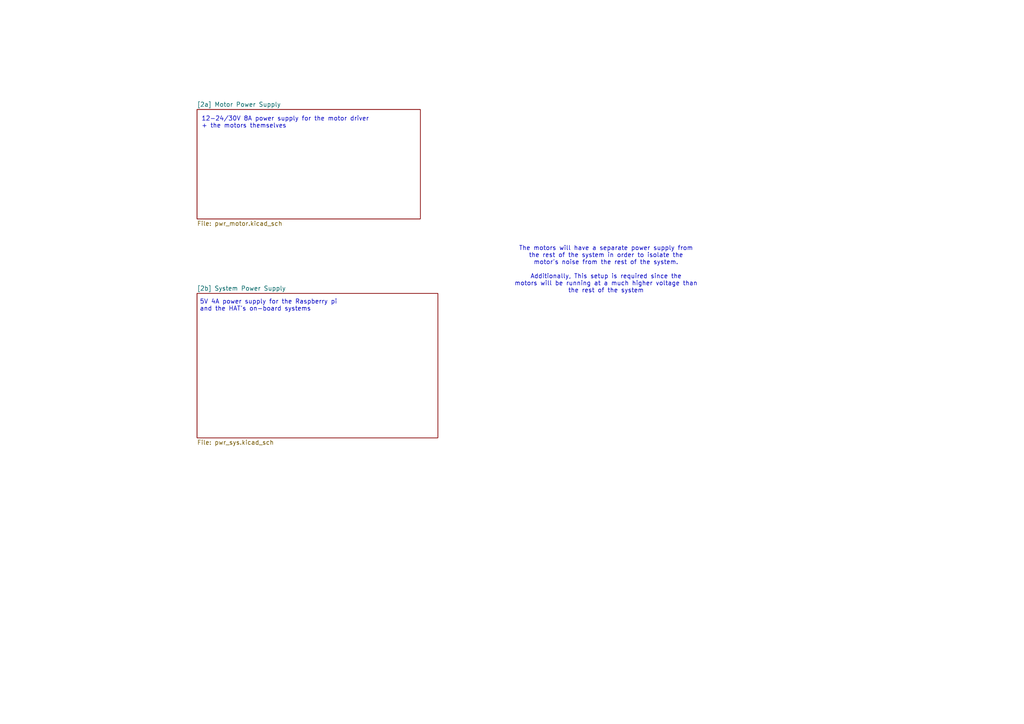
<source format=kicad_sch>
(kicad_sch
	(version 20250114)
	(generator "eeschema")
	(generator_version "9.0")
	(uuid "ad3c322f-d007-4c38-9c24-6acd084f67ac")
	(paper "A4")
	(title_block
		(title "Autonomous  Courier Robot \"Bad Apple\"")
		(date "2025-08-28")
		(rev "1")
		(company "Mixed Engineering Group 3 | STEM 12-Altruism / AY 2526 | CIT-U SHS")
	)
	(lib_symbols)
	(text "12-24/30V 8A power supply for the motor driver\n+ the motors themselves"
		(exclude_from_sim no)
		(at 58.42 35.56 0)
		(effects
			(font
				(size 1.27 1.27)
			)
			(justify left)
		)
		(uuid "7fd8fcbb-b635-4189-bc41-ec6b66a07e22")
	)
	(text "5V 4A power supply for the Raspberry pi\nand the HAT's on-board systems"
		(exclude_from_sim no)
		(at 57.912 88.646 0)
		(effects
			(font
				(size 1.27 1.27)
			)
			(justify left)
		)
		(uuid "a5011535-eb30-4bbf-ab66-7659fd419e5f")
	)
	(text "The motors will have a separate power supply from\nthe rest of the system in order to isolate the\nmotor's noise from the rest of the system.\n\nAdditionally, This setup is required since the\nmotors will be running at a much higher voltage than\nthe rest of the system"
		(exclude_from_sim no)
		(at 175.768 78.232 0)
		(effects
			(font
				(size 1.27 1.27)
			)
		)
		(uuid "d20302c7-63f6-4d5b-b25b-7380830b059e")
	)
	(sheet
		(at 57.15 31.75)
		(size 64.77 31.75)
		(exclude_from_sim no)
		(in_bom yes)
		(on_board yes)
		(dnp no)
		(fields_autoplaced yes)
		(stroke
			(width 0.1524)
			(type solid)
		)
		(fill
			(color 0 0 0 0.0000)
		)
		(uuid "2f9f6df0-57c6-46a7-8f22-b0c2ea8fe878")
		(property "Sheetname" "[2a] Motor Power Supply"
			(at 57.15 31.0384 0)
			(effects
				(font
					(size 1.27 1.27)
				)
				(justify left bottom)
			)
		)
		(property "Sheetfile" "pwr_motor.kicad_sch"
			(at 57.15 64.0846 0)
			(effects
				(font
					(size 1.27 1.27)
				)
				(justify left top)
			)
		)
		(instances
			(project "Bad Apple"
				(path "/e63e39d7-6ac0-4ffd-8aa3-1841a4541b55/98ed4f83-ccd5-4176-a771-f91be77d4327"
					(page "4")
				)
			)
		)
	)
	(sheet
		(at 57.15 85.09)
		(size 69.85 41.91)
		(exclude_from_sim no)
		(in_bom yes)
		(on_board yes)
		(dnp no)
		(fields_autoplaced yes)
		(stroke
			(width 0.1524)
			(type solid)
		)
		(fill
			(color 0 0 0 0.0000)
		)
		(uuid "6429504f-567e-478a-8f7f-92926a106ca4")
		(property "Sheetname" "[2b] System Power Supply"
			(at 57.15 84.3784 0)
			(effects
				(font
					(size 1.27 1.27)
				)
				(justify left bottom)
			)
		)
		(property "Sheetfile" "pwr_sys.kicad_sch"
			(at 57.15 127.5846 0)
			(effects
				(font
					(size 1.27 1.27)
				)
				(justify left top)
			)
		)
		(instances
			(project "Bad Apple"
				(path "/e63e39d7-6ac0-4ffd-8aa3-1841a4541b55/98ed4f83-ccd5-4176-a771-f91be77d4327"
					(page "5")
				)
			)
		)
	)
)

</source>
